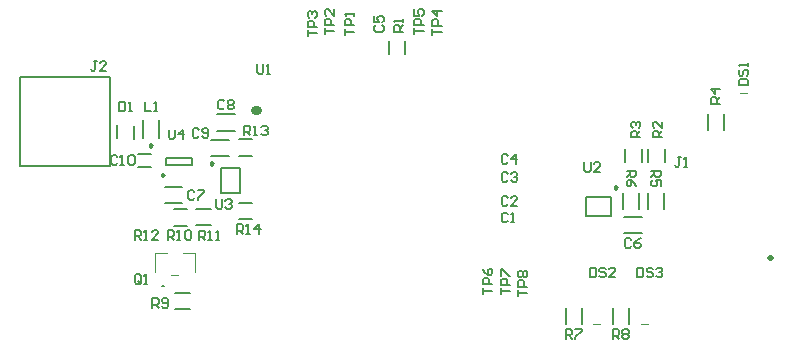
<source format=gto>
G04*
G04 #@! TF.GenerationSoftware,Altium Limited,Altium Designer,21.6.4 (81)*
G04*
G04 Layer_Color=65535*
%FSAX25Y25*%
%MOIN*%
G70*
G04*
G04 #@! TF.SameCoordinates,4D958C9C-F649-4AF2-B5CF-C97532408FB4*
G04*
G04*
G04 #@! TF.FilePolarity,Positive*
G04*
G01*
G75*
%ADD10C,0.00984*%
%ADD11C,0.03000*%
%ADD12C,0.00787*%
%ADD13C,0.02000*%
%ADD14C,0.00700*%
%ADD15C,0.00394*%
%ADD16C,0.00591*%
%ADD17C,0.00590*%
%ADD18C,0.00591*%
G54D10*
X0055980Y0060071D02*
X0055242Y0060497D01*
Y0059645D01*
X0055980Y0060071D01*
X0072193Y0064009D02*
X0071455Y0064435D01*
Y0063582D01*
X0072193Y0064009D01*
X0051992Y0070042D02*
X0051254Y0070469D01*
Y0069616D01*
X0051992Y0070042D01*
X0206801Y0055999D02*
X0206063Y0056425D01*
Y0055573D01*
X0206801Y0055999D01*
G54D11*
X0086690Y0081819D02*
X0086090D01*
X0086690D01*
G54D12*
X0055957Y0023020D02*
X0055169D01*
X0055957D01*
X0205475Y0010498D02*
Y0015664D01*
X0210790Y0010498D02*
Y0015664D01*
X0059417Y0020838D02*
X0064583D01*
X0059417Y0015523D02*
X0064583D01*
X0080835Y0045444D02*
X0085165D01*
X0080835Y0050956D02*
X0085165D01*
X0215156Y0064435D02*
Y0068765D01*
X0209644Y0064435D02*
Y0068765D01*
X0222856Y0064435D02*
Y0068765D01*
X0217344Y0064435D02*
Y0068765D01*
X0080935Y0072056D02*
X0085265D01*
X0080935Y0066544D02*
X0085265D01*
X0237243Y0075198D02*
Y0080364D01*
X0242558Y0075198D02*
Y0080364D01*
X0189743Y0010498D02*
Y0015664D01*
X0195057Y0010498D02*
Y0015664D01*
X0056669Y0065681D02*
X0065331D01*
X0056669Y0063319D02*
X0065331D01*
Y0065681D01*
X0056669Y0063319D02*
Y0065681D01*
X0208943Y0048917D02*
Y0054083D01*
X0214258Y0048917D02*
Y0054083D01*
X0222458Y0048917D02*
Y0054083D01*
X0217143Y0048917D02*
Y0054083D01*
X0130744Y0100335D02*
Y0104666D01*
X0136256Y0100335D02*
Y0104666D01*
X0071578Y0071791D02*
X0077375D01*
X0071578Y0066388D02*
X0077375D01*
X0074850Y0054166D02*
X0081150D01*
X0074850Y0062434D02*
X0081150D01*
Y0054166D02*
Y0062434D01*
X0074850Y0054166D02*
Y0062434D01*
X0209278Y0040698D02*
X0215075D01*
X0209278Y0046102D02*
X0215075D01*
X0040244Y0072335D02*
Y0076665D01*
X0045717Y0072295D02*
Y0076626D01*
X0054202Y0072601D02*
Y0078399D01*
X0048798Y0072601D02*
Y0078399D01*
X0073602Y0080302D02*
X0079399D01*
X0073602Y0074898D02*
X0079399D01*
X0047210Y0067289D02*
X0051394D01*
X0047210Y0062711D02*
X0051394D01*
X0056102Y0056202D02*
X0061898D01*
X0056102Y0050798D02*
X0061898D01*
X0066417Y0048658D02*
X0071583D01*
X0066417Y0043343D02*
X0071583D01*
X0059335Y0043244D02*
X0063665D01*
X0059335Y0048756D02*
X0063665D01*
X0196466Y0046551D02*
Y0052850D01*
X0204734Y0046551D02*
Y0052850D01*
X0196466Y0046551D02*
X0204734D01*
X0196466Y0052850D02*
X0204734D01*
G54D13*
X0258351Y0032598D02*
X0257751D01*
X0258351D01*
G54D14*
X0007835Y0092914D02*
X0037756D01*
X0007835Y0062992D02*
X0037756D01*
Y0092914D01*
X0007835Y0062992D02*
Y0092914D01*
G54D15*
X0247919Y0087599D02*
X0250281D01*
X0198987Y0010301D02*
X0201349D01*
X0058319Y0026957D02*
X0060681D01*
X0062256Y0034043D02*
X0066193D01*
Y0027744D02*
Y0034043D01*
X0052807D02*
X0056744D01*
X0052807Y0027744D02*
Y0034043D01*
X0214719Y0010301D02*
X0217081D01*
G54D16*
X0080164Y0040526D02*
Y0043674D01*
X0081739D01*
X0082263Y0043150D01*
Y0042100D01*
X0081739Y0041575D01*
X0080164D01*
X0081214D02*
X0082263Y0040526D01*
X0083313D02*
X0084362D01*
X0083838D01*
Y0043674D01*
X0083313Y0043150D01*
X0087511Y0040526D02*
Y0043674D01*
X0085937Y0042100D01*
X0088036D01*
X0082564Y0073426D02*
Y0076574D01*
X0084139D01*
X0084663Y0076050D01*
Y0075000D01*
X0084139Y0074475D01*
X0082564D01*
X0083614D02*
X0084663Y0073426D01*
X0085713D02*
X0086762D01*
X0086238D01*
Y0076574D01*
X0085713Y0076050D01*
X0088337D02*
X0088861Y0076574D01*
X0089911D01*
X0090436Y0076050D01*
Y0075525D01*
X0089911Y0075000D01*
X0089386D01*
X0089911D01*
X0090436Y0074475D01*
Y0073950D01*
X0089911Y0073426D01*
X0088861D01*
X0088337Y0073950D01*
X0214674Y0072676D02*
X0211526D01*
Y0074251D01*
X0212051Y0074775D01*
X0213100D01*
X0213625Y0074251D01*
Y0072676D01*
Y0073726D02*
X0214674Y0074775D01*
X0212051Y0075825D02*
X0211526Y0076350D01*
Y0077399D01*
X0212051Y0077924D01*
X0212575D01*
X0213100Y0077399D01*
Y0076874D01*
Y0077399D01*
X0213625Y0077924D01*
X0214149D01*
X0214674Y0077399D01*
Y0076350D01*
X0214149Y0075825D01*
X0221874Y0072676D02*
X0218726D01*
Y0074251D01*
X0219250Y0074775D01*
X0220300D01*
X0220825Y0074251D01*
Y0072676D01*
Y0073726D02*
X0221874Y0074775D01*
Y0077924D02*
Y0075825D01*
X0219775Y0077924D01*
X0219250D01*
X0218726Y0077399D01*
Y0076350D01*
X0219250Y0075825D01*
G54D17*
X0247426Y0090027D02*
X0250574D01*
Y0091601D01*
X0250049Y0092126D01*
X0247951D01*
X0247426Y0091601D01*
Y0090027D01*
X0247951Y0095274D02*
X0247426Y0094749D01*
Y0093700D01*
X0247951Y0093175D01*
X0248475D01*
X0249000Y0093700D01*
Y0094749D01*
X0249525Y0095274D01*
X0250049D01*
X0250574Y0094749D01*
Y0093700D01*
X0250049Y0093175D01*
X0250574Y0096324D02*
Y0097373D01*
Y0096849D01*
X0247426D01*
X0247951Y0096324D01*
X0241174Y0083957D02*
X0238026D01*
Y0085531D01*
X0238550Y0086056D01*
X0239600D01*
X0240125Y0085531D01*
Y0083957D01*
Y0085006D02*
X0241174Y0086056D01*
Y0088680D02*
X0238026D01*
X0239600Y0087105D01*
Y0089204D01*
G54D18*
X0073176Y0052074D02*
Y0049450D01*
X0073701Y0048926D01*
X0074751D01*
X0075275Y0049450D01*
Y0052074D01*
X0076325Y0051550D02*
X0076850Y0052074D01*
X0077899D01*
X0078424Y0051550D01*
Y0051025D01*
X0077899Y0050500D01*
X0077374D01*
X0077899D01*
X0078424Y0049975D01*
Y0049450D01*
X0077899Y0048926D01*
X0076850D01*
X0076325Y0049450D01*
X0210026Y0061624D02*
X0213174D01*
Y0060049D01*
X0212649Y0059525D01*
X0211600D01*
X0211075Y0060049D01*
Y0061624D01*
Y0060574D02*
X0210026Y0059525D01*
X0213174Y0056376D02*
X0212649Y0057426D01*
X0211600Y0058475D01*
X0210550D01*
X0210026Y0057951D01*
Y0056901D01*
X0210550Y0056376D01*
X0211075D01*
X0211600Y0056901D01*
Y0058475D01*
X0218226Y0061624D02*
X0221374D01*
Y0060049D01*
X0220849Y0059525D01*
X0219800D01*
X0219275Y0060049D01*
Y0061624D01*
Y0060574D02*
X0218226Y0059525D01*
X0221374Y0056376D02*
Y0058475D01*
X0219800D01*
X0220325Y0057426D01*
Y0056901D01*
X0219800Y0056376D01*
X0218751D01*
X0218226Y0056901D01*
Y0057951D01*
X0218751Y0058475D01*
X0170475Y0066549D02*
X0169950Y0067074D01*
X0168901D01*
X0168376Y0066549D01*
Y0064451D01*
X0168901Y0063926D01*
X0169950D01*
X0170475Y0064451D01*
X0173099Y0063926D02*
Y0067074D01*
X0171525Y0065500D01*
X0173624D01*
X0170475Y0047049D02*
X0169950Y0047574D01*
X0168901D01*
X0168376Y0047049D01*
Y0044951D01*
X0168901Y0044426D01*
X0169950D01*
X0170475Y0044951D01*
X0171525Y0044426D02*
X0172574D01*
X0172049D01*
Y0047574D01*
X0171525Y0047049D01*
X0057376Y0075274D02*
Y0072650D01*
X0057901Y0072126D01*
X0058951D01*
X0059475Y0072650D01*
Y0075274D01*
X0062099Y0072126D02*
Y0075274D01*
X0060525Y0073700D01*
X0062624D01*
X0195967Y0064308D02*
Y0061684D01*
X0196492Y0061159D01*
X0197541D01*
X0198066Y0061684D01*
Y0064308D01*
X0201215Y0061159D02*
X0199116D01*
X0201215Y0063258D01*
Y0063783D01*
X0200690Y0064308D01*
X0199641D01*
X0199116Y0063783D01*
X0086901Y0097074D02*
Y0094450D01*
X0087426Y0093926D01*
X0088475D01*
X0089000Y0094450D01*
Y0097074D01*
X0090049Y0093926D02*
X0091099D01*
X0090574D01*
Y0097074D01*
X0090049Y0096549D01*
X0173826Y0019802D02*
Y0021901D01*
Y0020851D01*
X0176974D01*
Y0022951D02*
X0173826D01*
Y0024525D01*
X0174351Y0025049D01*
X0175400D01*
X0175925Y0024525D01*
Y0022951D01*
X0174351Y0026099D02*
X0173826Y0026624D01*
Y0027673D01*
X0174351Y0028198D01*
X0174875D01*
X0175400Y0027673D01*
X0175925Y0028198D01*
X0176450D01*
X0176974Y0027673D01*
Y0026624D01*
X0176450Y0026099D01*
X0175925D01*
X0175400Y0026624D01*
X0174875Y0026099D01*
X0174351D01*
X0175400Y0026624D02*
Y0027673D01*
X0168126Y0020302D02*
Y0022401D01*
Y0021351D01*
X0171274D01*
Y0023450D02*
X0168126D01*
Y0025025D01*
X0168650Y0025550D01*
X0169700D01*
X0170225Y0025025D01*
Y0023450D01*
X0168126Y0026599D02*
Y0028698D01*
X0168650D01*
X0170749Y0026599D01*
X0171274D01*
X0162126Y0020502D02*
Y0022601D01*
Y0021551D01*
X0165274D01*
Y0023651D02*
X0162126D01*
Y0025225D01*
X0162651Y0025749D01*
X0163700D01*
X0164225Y0025225D01*
Y0023651D01*
X0162126Y0028898D02*
X0162651Y0027849D01*
X0163700Y0026799D01*
X0164750D01*
X0165274Y0027324D01*
Y0028373D01*
X0164750Y0028898D01*
X0164225D01*
X0163700Y0028373D01*
Y0026799D01*
X0139326Y0107002D02*
Y0109101D01*
Y0108051D01*
X0142474D01*
Y0110151D02*
X0139326D01*
Y0111725D01*
X0139850Y0112250D01*
X0140900D01*
X0141425Y0111725D01*
Y0110151D01*
X0139326Y0115398D02*
Y0113299D01*
X0140900D01*
X0140375Y0114349D01*
Y0114873D01*
X0140900Y0115398D01*
X0141949D01*
X0142474Y0114873D01*
Y0113824D01*
X0141949Y0113299D01*
X0145226Y0106802D02*
Y0108901D01*
Y0107851D01*
X0148374D01*
Y0109950D02*
X0145226D01*
Y0111525D01*
X0145750Y0112049D01*
X0146800D01*
X0147325Y0111525D01*
Y0109950D01*
X0148374Y0114673D02*
X0145226D01*
X0146800Y0113099D01*
Y0115198D01*
X0103726Y0106302D02*
Y0108401D01*
Y0107351D01*
X0106874D01*
Y0109450D02*
X0103726D01*
Y0111025D01*
X0104251Y0111549D01*
X0105300D01*
X0105825Y0111025D01*
Y0109450D01*
X0104251Y0112599D02*
X0103726Y0113124D01*
Y0114173D01*
X0104251Y0114698D01*
X0104775D01*
X0105300Y0114173D01*
Y0113649D01*
Y0114173D01*
X0105825Y0114698D01*
X0106350D01*
X0106874Y0114173D01*
Y0113124D01*
X0106350Y0112599D01*
X0109426Y0107002D02*
Y0109101D01*
Y0108051D01*
X0112574D01*
Y0110151D02*
X0109426D01*
Y0111725D01*
X0109950Y0112250D01*
X0111000D01*
X0111525Y0111725D01*
Y0110151D01*
X0112574Y0115398D02*
Y0113299D01*
X0110475Y0115398D01*
X0109950D01*
X0109426Y0114873D01*
Y0113824D01*
X0109950Y0113299D01*
X0116026Y0106827D02*
Y0108926D01*
Y0107876D01*
X0119174D01*
Y0109975D02*
X0116026D01*
Y0111549D01*
X0116551Y0112074D01*
X0117600D01*
X0118125Y0111549D01*
Y0109975D01*
X0119174Y0113124D02*
Y0114173D01*
Y0113649D01*
X0116026D01*
X0116551Y0113124D01*
X0046064Y0038626D02*
Y0041774D01*
X0047639D01*
X0048163Y0041249D01*
Y0040200D01*
X0047639Y0039675D01*
X0046064D01*
X0047114D02*
X0048163Y0038626D01*
X0049213D02*
X0050262D01*
X0049738D01*
Y0041774D01*
X0049213Y0041249D01*
X0053936Y0038626D02*
X0051837D01*
X0053936Y0040725D01*
Y0041249D01*
X0053411Y0041774D01*
X0052362D01*
X0051837Y0041249D01*
X0067489Y0038426D02*
Y0041574D01*
X0069063D01*
X0069588Y0041050D01*
Y0040000D01*
X0069063Y0039475D01*
X0067489D01*
X0068539D02*
X0069588Y0038426D01*
X0070638D02*
X0071687D01*
X0071162D01*
Y0041574D01*
X0070638Y0041050D01*
X0073261Y0038426D02*
X0074311D01*
X0073786D01*
Y0041574D01*
X0073261Y0041050D01*
X0057064Y0038526D02*
Y0041674D01*
X0058639D01*
X0059163Y0041150D01*
Y0040100D01*
X0058639Y0039575D01*
X0057064D01*
X0058114D02*
X0059163Y0038526D01*
X0060213D02*
X0061262D01*
X0060738D01*
Y0041674D01*
X0060213Y0041150D01*
X0062837D02*
X0063362Y0041674D01*
X0064411D01*
X0064936Y0041150D01*
Y0039050D01*
X0064411Y0038526D01*
X0063362D01*
X0062837Y0039050D01*
Y0041150D01*
X0051976Y0015906D02*
Y0019054D01*
X0053550D01*
X0054075Y0018530D01*
Y0017480D01*
X0053550Y0016955D01*
X0051976D01*
X0053026D02*
X0054075Y0015906D01*
X0055125Y0016431D02*
X0055650Y0015906D01*
X0056699D01*
X0057224Y0016431D01*
Y0018530D01*
X0056699Y0019054D01*
X0055650D01*
X0055125Y0018530D01*
Y0018005D01*
X0055650Y0017480D01*
X0057224D01*
X0205476Y0005526D02*
Y0008674D01*
X0207050D01*
X0207575Y0008150D01*
Y0007100D01*
X0207050Y0006575D01*
X0205476D01*
X0206526D02*
X0207575Y0005526D01*
X0208625Y0008150D02*
X0209150Y0008674D01*
X0210199D01*
X0210724Y0008150D01*
Y0007625D01*
X0210199Y0007100D01*
X0210724Y0006575D01*
Y0006050D01*
X0210199Y0005526D01*
X0209150D01*
X0208625Y0006050D01*
Y0006575D01*
X0209150Y0007100D01*
X0208625Y0007625D01*
Y0008150D01*
X0209150Y0007100D02*
X0210199D01*
X0189776Y0005626D02*
Y0008774D01*
X0191350D01*
X0191875Y0008249D01*
Y0007200D01*
X0191350Y0006675D01*
X0189776D01*
X0190826D02*
X0191875Y0005626D01*
X0192925Y0008774D02*
X0195024D01*
Y0008249D01*
X0192925Y0006151D01*
Y0005626D01*
X0135574Y0107901D02*
X0132426D01*
Y0109475D01*
X0132950Y0110000D01*
X0134000D01*
X0134525Y0109475D01*
Y0107901D01*
Y0108950D02*
X0135574Y0110000D01*
Y0111049D02*
Y0112099D01*
Y0111574D01*
X0132426D01*
X0132950Y0111049D01*
X0048200Y0024351D02*
Y0026449D01*
X0047675Y0026974D01*
X0046626D01*
X0046101Y0026449D01*
Y0024351D01*
X0046626Y0023826D01*
X0047675D01*
X0047150Y0024875D02*
X0048200Y0023826D01*
X0047675D02*
X0048200Y0024351D01*
X0049250Y0023826D02*
X0050299D01*
X0049774D01*
Y0026974D01*
X0049250Y0026449D01*
X0049401Y0084574D02*
Y0081426D01*
X0051500D01*
X0052549D02*
X0053599D01*
X0053074D01*
Y0084574D01*
X0052549Y0084049D01*
X0033475Y0098074D02*
X0032426D01*
X0032950D01*
Y0095451D01*
X0032426Y0094926D01*
X0031901D01*
X0031376Y0095451D01*
X0036624Y0094926D02*
X0034525D01*
X0036624Y0097025D01*
Y0097549D01*
X0036099Y0098074D01*
X0035050D01*
X0034525Y0097549D01*
X0228166Y0066108D02*
X0227117D01*
X0227641D01*
Y0063484D01*
X0227117Y0062959D01*
X0226592D01*
X0226067Y0063484D01*
X0229216Y0062959D02*
X0230265D01*
X0229741D01*
Y0066108D01*
X0229216Y0065583D01*
X0213567Y0029208D02*
Y0026059D01*
X0215141D01*
X0215666Y0026584D01*
Y0028683D01*
X0215141Y0029208D01*
X0213567D01*
X0218815Y0028683D02*
X0218290Y0029208D01*
X0217241D01*
X0216716Y0028683D01*
Y0028158D01*
X0217241Y0027634D01*
X0218290D01*
X0218815Y0027109D01*
Y0026584D01*
X0218290Y0026059D01*
X0217241D01*
X0216716Y0026584D01*
X0219864Y0028683D02*
X0220389Y0029208D01*
X0221439D01*
X0221963Y0028683D01*
Y0028158D01*
X0221439Y0027634D01*
X0220914D01*
X0221439D01*
X0221963Y0027109D01*
Y0026584D01*
X0221439Y0026059D01*
X0220389D01*
X0219864Y0026584D01*
X0197835Y0029208D02*
Y0026059D01*
X0199409D01*
X0199934Y0026584D01*
Y0028683D01*
X0199409Y0029208D01*
X0197835D01*
X0203082Y0028683D02*
X0202558Y0029208D01*
X0201508D01*
X0200983Y0028683D01*
Y0028158D01*
X0201508Y0027634D01*
X0202558D01*
X0203082Y0027109D01*
Y0026584D01*
X0202558Y0026059D01*
X0201508D01*
X0200983Y0026584D01*
X0206231Y0026059D02*
X0204132D01*
X0206231Y0028158D01*
Y0028683D01*
X0205706Y0029208D01*
X0204657D01*
X0204132Y0028683D01*
X0040901Y0084574D02*
Y0081426D01*
X0042475D01*
X0043000Y0081950D01*
Y0084049D01*
X0042475Y0084574D01*
X0040901D01*
X0044050Y0081426D02*
X0045099D01*
X0044574D01*
Y0084574D01*
X0044050Y0084049D01*
X0040265Y0066149D02*
X0039740Y0066674D01*
X0038691D01*
X0038166Y0066149D01*
Y0064051D01*
X0038691Y0063526D01*
X0039740D01*
X0040265Y0064051D01*
X0041315Y0063526D02*
X0042364D01*
X0041840D01*
Y0066674D01*
X0041315Y0066149D01*
X0043939D02*
X0044463Y0066674D01*
X0045513D01*
X0046038Y0066149D01*
Y0064051D01*
X0045513Y0063526D01*
X0044463D01*
X0043939Y0064051D01*
Y0066149D01*
X0067475Y0075249D02*
X0066951Y0075774D01*
X0065901D01*
X0065376Y0075249D01*
Y0073150D01*
X0065901Y0072626D01*
X0066951D01*
X0067475Y0073150D01*
X0068525D02*
X0069050Y0072626D01*
X0070099D01*
X0070624Y0073150D01*
Y0075249D01*
X0070099Y0075774D01*
X0069050D01*
X0068525Y0075249D01*
Y0074725D01*
X0069050Y0074200D01*
X0070624D01*
X0075975Y0084649D02*
X0075450Y0085174D01*
X0074401D01*
X0073876Y0084649D01*
Y0082551D01*
X0074401Y0082026D01*
X0075450D01*
X0075975Y0082551D01*
X0077025Y0084649D02*
X0077549Y0085174D01*
X0078599D01*
X0079124Y0084649D01*
Y0084125D01*
X0078599Y0083600D01*
X0079124Y0083075D01*
Y0082551D01*
X0078599Y0082026D01*
X0077549D01*
X0077025Y0082551D01*
Y0083075D01*
X0077549Y0083600D01*
X0077025Y0084125D01*
Y0084649D01*
X0077549Y0083600D02*
X0078599D01*
X0065975Y0054549D02*
X0065451Y0055074D01*
X0064401D01*
X0063876Y0054549D01*
Y0052451D01*
X0064401Y0051926D01*
X0065451D01*
X0065975Y0052451D01*
X0067025Y0055074D02*
X0069124D01*
Y0054549D01*
X0067025Y0052451D01*
Y0051926D01*
X0211575Y0038550D02*
X0211051Y0039074D01*
X0210001D01*
X0209476Y0038550D01*
Y0036450D01*
X0210001Y0035926D01*
X0211051D01*
X0211575Y0036450D01*
X0214724Y0039074D02*
X0213674Y0038550D01*
X0212625Y0037500D01*
Y0036450D01*
X0213149Y0035926D01*
X0214199D01*
X0214724Y0036450D01*
Y0036975D01*
X0214199Y0037500D01*
X0212625D01*
X0126451Y0109975D02*
X0125926Y0109450D01*
Y0108401D01*
X0126451Y0107876D01*
X0128550D01*
X0129074Y0108401D01*
Y0109450D01*
X0128550Y0109975D01*
X0125926Y0113124D02*
Y0111025D01*
X0127500D01*
X0126975Y0112074D01*
Y0112599D01*
X0127500Y0113124D01*
X0128550D01*
X0129074Y0112599D01*
Y0111549D01*
X0128550Y0111025D01*
X0170475Y0060549D02*
X0169950Y0061074D01*
X0168901D01*
X0168376Y0060549D01*
Y0058451D01*
X0168901Y0057926D01*
X0169950D01*
X0170475Y0058451D01*
X0171525Y0060549D02*
X0172049Y0061074D01*
X0173099D01*
X0173624Y0060549D01*
Y0060025D01*
X0173099Y0059500D01*
X0172574D01*
X0173099D01*
X0173624Y0058975D01*
Y0058451D01*
X0173099Y0057926D01*
X0172049D01*
X0171525Y0058451D01*
X0170475Y0052549D02*
X0169950Y0053074D01*
X0168901D01*
X0168376Y0052549D01*
Y0050450D01*
X0168901Y0049926D01*
X0169950D01*
X0170475Y0050450D01*
X0173624Y0049926D02*
X0171525D01*
X0173624Y0052025D01*
Y0052549D01*
X0173099Y0053074D01*
X0172049D01*
X0171525Y0052549D01*
M02*

</source>
